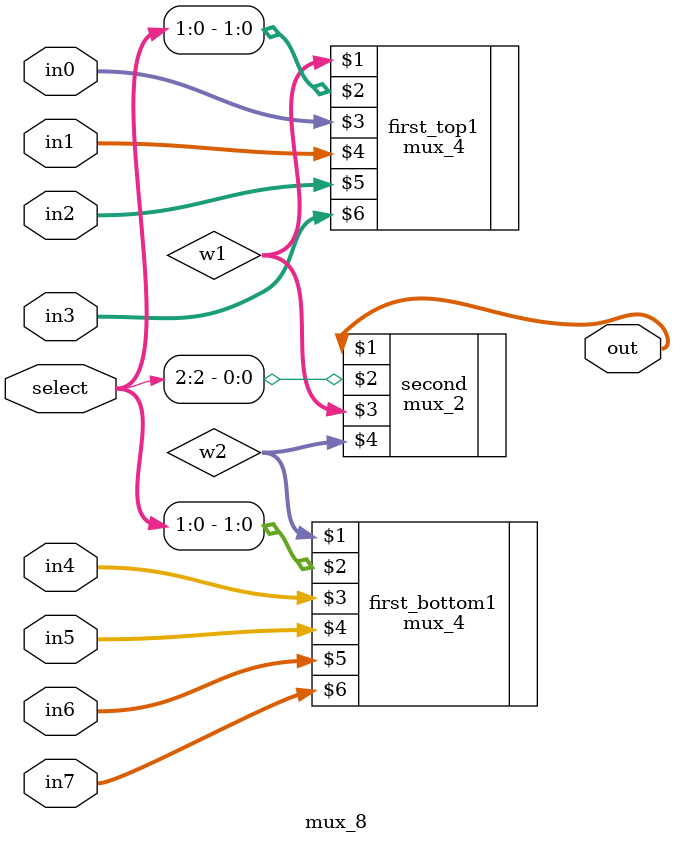
<source format=v>
module mux_8(out, select, in0,in1,in2,in3,in4,in5,in6,in7);
	
	input [2:0] select;
	input [31:0] in0,in1,in2,in3,in4,in5,in6,in7;
	output [31:0] out;
	wire [31:0] w1,w2;
	
	mux_4 first_top1(w1,select[1:0],in0,in1,in2,in3);
	mux_4 first_bottom1(w2, select[1:0], in4,in5,in6,in7);
	mux_2 second(out, select[2], w1,w2);
	
endmodule

</source>
